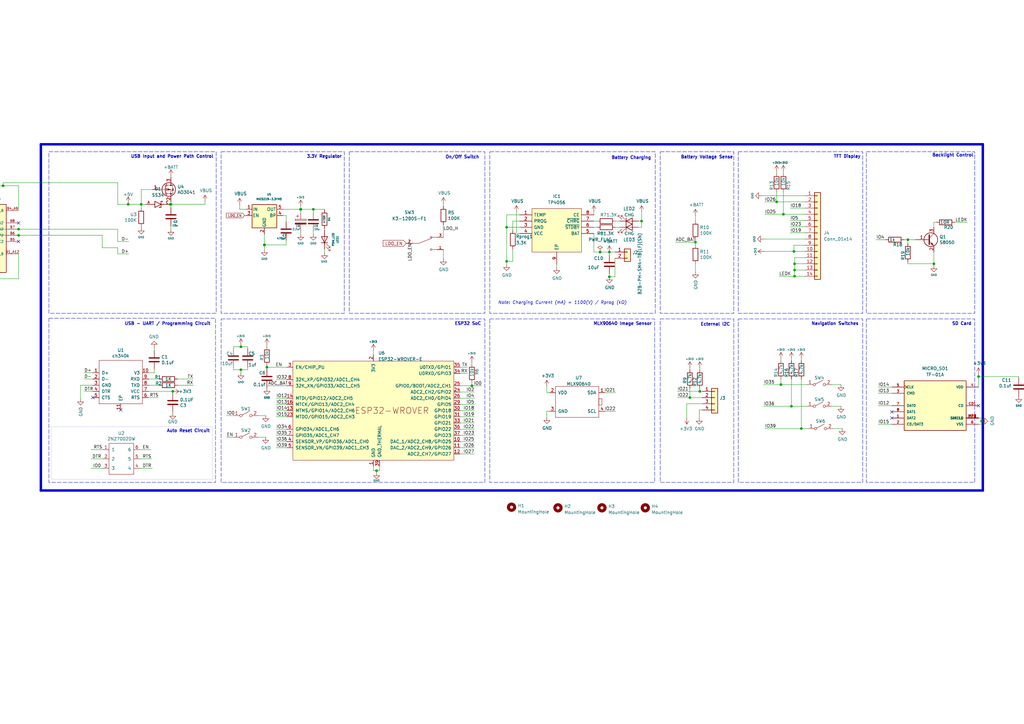
<source format=kicad_sch>
(kicad_sch (version 20231120) (generator "eeschema") (generator_version "8.0")
  (paper "A3")
  (lib_symbols
    (symbol "Connector_Generic:Conn_01x02" (pin_names (offset 1.016) hide)
      (property "Reference" "J" (at 0 2.54 0))
      (property "Value" "Conn_01x02" (at 0 -5.08 0))
      (symbol "Conn_01x02_1_1"
        (pin passive line (at -5.08 0 0) (length 3.81) (name "Pin_1") (number "1"))
        (pin passive line (at -5.08 -2.54 0) (length 3.81) (name "Pin_2") (number "2"))
      )
    )
    (symbol "Connector_Generic:Conn_01x04" (pin_names (offset 1.016) hide)
      (property "Reference" "J" (at 0 5.08 0))
      (property "Value" "Conn_01x04" (at 0 -7.62 0))
      (symbol "Conn_01x04_1_1"
        (pin passive line (at -5.08 2.54 0) (length 3.81) (name "Pin_1") (number "1"))
        (pin passive line (at -5.08 0 0) (length 3.81) (name "Pin_2") (number "2"))
        (pin passive line (at -5.08 -2.54 0) (length 3.81) (name "Pin_3") (number "3"))
        (pin passive line (at -5.08 -5.08 0) (length 3.81) (name "Pin_4") (number "4"))
      )
    )
    (symbol "Connector_Generic:Conn_01x14" (pin_names (offset 1.016) hide)
      (property "Reference" "J" (at 0 17.78 0))
      (property "Value" "Conn_01x14" (at 0 -20.32 0))
      (symbol "Conn_01x14_1_1"
        (pin passive line (at -5.08 15.24 0) (length 3.81) (name "Pin_1") (number "1"))
        (pin passive line (at -5.08 -7.62 0) (length 3.81) (name "Pin_10") (number "10"))
        (pin passive line (at -5.08 -10.16 0) (length 3.81) (name "Pin_11") (number "11"))
        (pin passive line (at -5.08 -12.7 0) (length 3.81) (name "Pin_12") (number "12"))
        (pin passive line (at -5.08 -15.24 0) (length 3.81) (name "Pin_13") (number "13"))
        (pin passive line (at -5.08 -17.78 0) (length 3.81) (name "Pin_14") (number "14"))
        (pin passive line (at -5.08 12.7 0) (length 3.81) (name "Pin_2") (number "2"))
        (pin passive line (at -5.08 10.16 0) (length 3.81) (name "Pin_3") (number "3"))
        (pin passive line (at -5.08 7.62 0) (length 3.81) (name "Pin_4") (number "4"))
        (pin passive line (at -5.08 5.08 0) (length 3.81) (name "Pin_5") (number "5"))
        (pin passive line (at -5.08 2.54 0) (length 3.81) (name "Pin_6") (number "6"))
        (pin passive line (at -5.08 0 0) (length 3.81) (name "Pin_7") (number "7"))
        (pin passive line (at -5.08 -2.54 0) (length 3.81) (name "Pin_8") (number "8"))
        (pin passive line (at -5.08 -5.08 0) (length 3.81) (name "Pin_9") (number "9"))
      )
    )
    (symbol "Device:C" (pin_numbers hide) (pin_names (offset 0.254))
      (property "Reference" "C" (at 0.635 2.54 0))
      (property "Value" "C" (at 0.635 -2.54 0))
      (symbol "C_1_1"
        (pin passive line (at 0 3.81 270) (length 2.794) (name "~") (number "1"))
        (pin passive line (at 0 -3.81 90) (length 2.794) (name "~") (number "2"))
      )
    )
    (symbol "Device:C_Polarized" (pin_numbers hide) (pin_names (offset 0.254))
      (property "Reference" "C" (at 0.635 2.54 0))
      (property "Value" "C_Polarized" (at 0.635 -2.54 0))
      (symbol "C_Polarized_1_1"
        (pin passive line (at 0 3.81 270) (length 2.794) (name "~") (number "1"))
        (pin passive line (at 0 -3.81 90) (length 2.794) (name "~") (number "2"))
      )
    )
    (symbol "Device:LED" (pin_numbers hide) (pin_names (offset 1.016) hide)
      (property "Reference" "D" (at 0 2.54 0))
      (property "Value" "LED" (at 0 -2.54 0))
      (symbol "LED_1_1"
        (pin passive line (at -3.81 0 0) (length 2.54) (name "K") (number "1"))
        (pin passive line (at 3.81 0 180) (length 2.54) (name "A") (number "2"))
      )
    )
    (symbol "Device:R" (pin_numbers hide) (pin_names (offset 0))
      (property "Reference" "R" (at 2.032 0 90))
      (property "Value" "R" (at 0 0 90))
      (symbol "R_1_1"
        (pin passive line (at 0 3.81 270) (length 1.27) (name "~") (number "1"))
        (pin passive line (at 0 -3.81 90) (length 1.27) (name "~") (number "2"))
      )
    )
    (symbol "ESP32_TouchDown:DMG3415U-7" (pin_names (offset 0) hide)
      (property "Reference" "Q" (at 5.08 1.27 0))
      (property "Value" "DMG3415U-7" (at 5.08 -1.27 0))
      (symbol "DMG3415U-7_1_1"
        (pin input line (at -5.08 0 0) (length 2.54) (name "G") (number "1"))
        (pin passive line (at 2.54 -5.08 90) (length 2.54) (name "S") (number "2"))
        (pin passive line (at 2.54 5.08 270) (length 2.54) (name "D") (number "3"))
      )
    )
    (symbol "ESP32_TouchDown:LGES8050" (pin_names (offset 0) hide)
      (property "Reference" "Q" (at 5.08 1.905 0))
      (property "Value" "LGES8050" (at 5.08 0 0))
      (symbol "LGES8050_1_1"
        (pin passive line (at -5.08 0 0) (length 5.08) (name "E") (number "1"))
        (pin input line (at 2.54 -5.08 90) (length 2.54) (name "B") (number "2"))
        (pin passive line (at 2.54 5.08 270) (length 2.54) (name "C") (number "3"))
      )
    )
    (symbol "Espressif:ESP32-WROVER-E" (pin_names (offset 1.016))
      (property "Reference" "U" (at -30.48 25.4 0))
      (property "Value" "ESP32-WROVER-E" (at -30.48 22.86 0))
      (symbol "ESP32-WROVER-E_1_1"
        (text "ESP32-­WROVER" (at 7.62 0 0) (effects (font (size 2.54 2.54))))
        (pin power_in line (at 0 -22.86 90) (length 2.54) (name "GND") (number "1"))
        (pin bidirectional line (at 35.56 -12.7 180) (length 2.54) (name "DAC_1/ADC2_CH8/GPIO25") (number "10"))
        (pin bidirectional line (at 35.56 -15.24 180) (length 2.54) (name "DAC_2/ADC2_CH9/GPIO26") (number "11"))
        (pin bidirectional line (at 35.56 -17.78 180) (length 2.54) (name "ADC2_CH7/GPIO27") (number "12"))
        (pin bidirectional line (at -35.56 0 0) (length 2.54) (name "MTMS/GPIO14/ADC2_CH6") (number "13"))
        (pin bidirectional line (at -35.56 5.08 0) (length 2.54) (name "MTDI/GPIO12/ADC2_CH5") (number "14"))
        (pin passive line (at 0 -22.86 90) (length 2.54) hide (name "GND") (number "15"))
        (pin bidirectional line (at -35.56 2.54 0) (length 2.54) (name "MTCK/GPIO13/ADC2_CH4") (number "16"))
        (pin power_in line (at 0 22.86 270) (length 2.54) (name "3V3") (number "2"))
        (pin bidirectional line (at -35.56 -2.54 0) (length 2.54) (name "MTDO/GPIO15/ADC2_CH3") (number "23"))
        (pin bidirectional line (at 35.56 7.62 180) (length 2.54) (name "ADC2_CH2/GPIO2") (number "24"))
        (pin bidirectional line (at 35.56 10.16 180) (length 2.54) (name "GPIO0/BOOT/ADC2_CH1") (number "25"))
        (pin bidirectional line (at 35.56 5.08 180) (length 2.54) (name "ADC2_CH0/GPIO4") (number "26"))
        (pin bidirectional line (at 35.56 2.54 180) (length 2.54) (name "GPIO5") (number "29"))
        (pin input line (at -35.56 17.78 0) (length 2.54) (name "EN/CHIP_PU") (number "3"))
        (pin bidirectional line (at 35.56 0 180) (length 2.54) (name "GPIO18") (number "30"))
        (pin bidirectional line (at 35.56 -2.54 180) (length 2.54) (name "GPIO19") (number "31"))
        (pin bidirectional line (at 35.56 -5.08 180) (length 2.54) (name "GPIO21") (number "33"))
        (pin bidirectional line (at 35.56 15.24 180) (length 2.54) (name "U0RXD/GPIO3") (number "34"))
        (pin bidirectional line (at 35.56 17.78 180) (length 2.54) (name "U0TXD/GPIO1") (number "35"))
        (pin bidirectional line (at 35.56 -7.62 180) (length 2.54) (name "GPIO22") (number "36"))
        (pin bidirectional line (at 35.56 -10.16 180) (length 2.54) (name "GPIO23") (number "37"))
        (pin passive line (at 0 -22.86 90) (length 2.54) hide (name "GND") (number "38"))
        (pin power_in line (at 2.54 -22.86 90) (length 2.54) (name "GND_THERMAL") (number "39"))
        (pin input line (at -35.56 -12.7 0) (length 2.54) (name "SENSOR_VP/GPIO36/ADC1_CH0") (number "4"))
        (pin input line (at -35.56 -15.24 0) (length 2.54) (name "SENSOR_VN/GPIO39/ADC1_CH3") (number "5"))
        (pin input line (at -35.56 -7.62 0) (length 2.54) (name "GPIO34/ADC1_CH6") (number "6"))
        (pin input line (at -35.56 -10.16 0) (length 2.54) (name "GPIO35/ADC1_CH7") (number "7"))
        (pin bidirectional line (at -35.56 12.7 0) (length 2.54) (name "32K_XP/GPIO32/ADC1_CH4") (number "8"))
        (pin bidirectional line (at -35.56 10.16 0) (length 2.54) (name "32K_XN/GPIO33/ADC1_CH5") (number "9"))
      )
    )
    (symbol "MLX90640:MLX90640" (pin_names (offset 1.016))
      (property "Reference" "U" (at 0 -1.27 0))
      (property "Value" "MLX90640" (at 0 1.27 0))
      (symbol "MLX90640_1_1"
        (pin bidirectional line (at 11.43 3.81 180) (length 2.54) (name "SDA") (number "1"))
        (pin power_in line (at -11.43 3.81 0) (length 2.54) (name "VDD") (number "2"))
        (pin power_in line (at -11.43 -3.81 0) (length 2.54) (name "GND") (number "3"))
        (pin bidirectional line (at 11.43 -3.81 180) (length 2.54) (name "SCL") (number "4"))
      )
    )
    (symbol "Mechanical:MountingHole" (pin_names (offset 1.016))
      (property "Reference" "H" (at 0 5.08 0))
      (property "Value" "MountingHole" (at 0 3.175 0))
    )
    (symbol "Regulator_Linear:MIC5219-3.3YM5" (pin_names (offset 0.254))
      (property "Reference" "U" (at -3.81 5.715 0))
      (property "Value" "MIC5219-3.3YM5" (at 0 5.715 0))
      (symbol "MIC5219-3.3YM5_1_1"
        (pin power_in line (at -7.62 2.54 0) (length 2.54) (name "IN") (number "1"))
        (pin power_in line (at 0 -7.62 90) (length 2.54) (name "GND") (number "2"))
        (pin input line (at -7.62 0 0) (length 2.54) (name "EN") (number "3"))
        (pin input line (at 7.62 0 180) (length 2.54) (name "BP") (number "4"))
        (pin power_out line (at 7.62 2.54 180) (length 2.54) (name "OUT") (number "5"))
      )
    )
    (symbol "SS34:SLW-682715-25A-SMT-TR" (pin_names (offset 1.016))
      (property "Reference" "S" (at -2.54 5.08 0))
      (property "Value" "SLW-682715-25A-SMT-TR" (at -2.54 -5.08 0))
      (symbol "SLW-682715-25A-SMT-TR_0_0"
        (pin passive line (at 7.62 2.54 180) (length 2.54) (name "~") (number "1"))
        (pin passive line (at -7.62 0 0) (length 2.54) (name "~") (number "2"))
        (pin passive line (at 7.62 -2.54 180) (length 2.54) (name "~") (number "3"))
      )
    )
    (symbol "SS34:SS34" (pin_names (offset 1.016))
      (property "Reference" "D" (at -5.08 2.54 0))
      (property "Value" "SS34" (at -5.08 -3.81 0))
      (symbol "SS34_0_0"
        (pin passive line (at -5.08 0 0) (length 2.54) (name "~") (number "A"))
        (pin passive line (at 5.08 0 180) (length 2.54) (name "~") (number "C"))
      )
    )
    (symbol "SS34:TF-01A" (pin_names (offset 1.016))
      (property "Reference" "MICRO_SD" (at -12.7 10.795 0))
      (property "Value" "TF-01A" (at -12.7 -12.7 0))
      (symbol "TF-01A_0_0"
        (pin bidirectional line (at -17.78 -5.08 0) (length 5.08) (name "DAT2") (number "1"))
        (pin bidirectional line (at -17.78 -7.62 0) (length 5.08) (name "CD/DAT3") (number "2"))
        (pin bidirectional line (at -17.78 5.08 0) (length 5.08) (name "CMD") (number "3"))
        (pin power_in line (at 17.78 7.62 180) (length 5.08) (name "VDD") (number "4"))
        (pin bidirectional clock (at -17.78 7.62 0) (length 5.08) (name "CLK") (number "5"))
        (pin power_in line (at 17.78 -7.62 180) (length 5.08) (name "VSS") (number "6"))
        (pin bidirectional line (at -17.78 0 0) (length 5.08) (name "DAT0") (number "7"))
        (pin bidirectional line (at -17.78 -2.54 0) (length 5.08) (name "DAT1") (number "8"))
        (pin passive line (at 17.78 0 180) (length 5.08) (name "CD") (number "CD1"))
        (pin power_in line (at 17.78 -5.08 180) (length 5.08) (name "SHIELD") (number "MP1"))
        (pin power_in line (at 17.78 -5.08 180) (length 5.08) (name "SHIELD") (number "MP2"))
        (pin power_in line (at 17.78 -5.08 180) (length 5.08) (name "SHIELD") (number "MP3"))
        (pin power_in line (at 17.78 -5.08 180) (length 5.08) (name "SHIELD") (number "MP4"))
      )
    )
    (symbol "SS34:USB4215-03-A_REVA" (pin_names (offset 1.016))
      (property "Reference" "J" (at -12.7 13.462 0))
      (property "Value" "USB4215-03-A_REVA" (at -12.7 -16.002 0))
      (symbol "USB4215-03-A_REVA_0_0"
        (pin power_in line (at -17.78 -7.62 0) (length 5.08) (name "GND_A") (number "A1_B12"))
        (pin power_in line (at -17.78 10.16 0) (length 5.08) (name "VBUS_A") (number "A4_B9"))
        (pin bidirectional line (at -17.78 5.08 0) (length 5.08) (name "CC1") (number "A5"))
        (pin bidirectional line (at -17.78 2.54 0) (length 5.08) (name "DP1") (number "A6"))
        (pin bidirectional line (at -17.78 0 0) (length 5.08) (name "DN1") (number "A7"))
        (pin bidirectional line (at -17.78 -2.54 0) (length 5.08) (name "SBU1") (number "A8"))
        (pin power_in line (at 17.78 -7.62 180) (length 5.08) (name "GND_B") (number "B1_A12"))
        (pin power_in line (at 17.78 10.16 180) (length 5.08) (name "VBUS_B") (number "B4_A9"))
        (pin bidirectional line (at 17.78 -2.54 180) (length 5.08) (name "CC2") (number "B5"))
        (pin bidirectional line (at 17.78 0 180) (length 5.08) (name "DP2") (number "B6"))
        (pin bidirectional line (at 17.78 2.54 180) (length 5.08) (name "DN2") (number "B7"))
        (pin bidirectional line (at 17.78 5.08 180) (length 5.08) (name "SBU2") (number "B8"))
        (pin passive line (at -17.78 -12.7 0) (length 5.08) (name "SHIELD") (number "SH1"))
        (pin passive line (at -17.78 -12.7 0) (length 5.08) (name "SHIELD") (number "SH2"))
        (pin passive line (at -17.78 -12.7 0) (length 5.08) (name "SHIELD") (number "SH3"))
        (pin passive line (at -17.78 -12.7 0) (length 5.08) (name "SHIELD") (number "SH4"))
      )
    )
    (symbol "SW_SPST_1" (pin_names (offset 0) hide)
      (property "Reference" "SW4" (at 0 2.794 0))
      (symbol "SW_SPST_1_1_1"
        (pin passive line (at -5.08 0 0) (length 2.54) (name "A") (number "1"))
        (pin passive line (at 5.08 0 180) (length 2.54) (name "B") (number "2"))
      )
    )
    (symbol "Switch:SW_SPST" (pin_names (offset 0) hide)
      (property "Reference" "SW" (at 0 3.175 0))
      (property "Value" "SW_SPST" (at 0 -2.54 0))
      (symbol "SW_SPST_1_1"
        (pin passive line (at -5.08 0 0) (length 2.54) (name "A") (number "1"))
        (pin passive line (at 5.08 0 180) (length 2.54) (name "B") (number "2"))
      )
    )
    (symbol "TP4056-42-ESOP8:TP4056-42-ESOP8" (pin_names (offset 0.762))
      (property "Reference" "IC?" (at 15.24 7.62 0))
      (property "Value" "TP4056" (at 15.24 5.08 0))
      (symbol "TP4056-42-ESOP8_0_0"
        (pin passive line (at 0 0 0) (length 5.08) (name "TEMP") (number "1"))
        (pin passive line (at 0 -2.54 0) (length 5.08) (name "PROG") (number "2"))
        (pin passive line (at 0 -5.08 0) (length 5.08) (name "GND") (number "3"))
        (pin passive line (at 0 -7.62 0) (length 5.08) (name "VCC") (number "4"))
        (pin passive line (at 30.48 -7.62 180) (length 5.08) (name "BAT") (number "5"))
        (pin passive line (at 30.48 -5.08 180) (length 5.08) (name "~{STDBY}") (number "6"))
        (pin passive line (at 30.48 -2.54 180) (length 5.08) (name "~{CHRG}") (number "7"))
        (pin passive line (at 30.48 0 180) (length 5.08) (name "CE") (number "8"))
        (pin passive line (at 15.24 -20.32 90) (length 5.08) (name "EP") (number "9"))
      )
    )
    (symbol "downloader-rescue:DDC114TU-7-F-my" (pin_names (offset 1.016))
      (property "Reference" "U" (at 0 10.16 0))
      (property "Value" "DDC114TU-7-F-my" (at 0 7.62 0))
      (symbol "DDC114TU-7-F-my_1_1"
        (pin passive line (at -7.62 3.81 0) (length 2.54) (name "1") (number "1"))
        (pin passive line (at -7.62 0 0) (length 2.54) (name "2") (number "2"))
        (pin passive line (at -7.62 -3.81 0) (length 2.54) (name "3") (number "3"))
        (pin passive line (at 7.62 -3.81 180) (length 2.54) (name "4") (number "4"))
        (pin passive line (at 7.62 0 180) (length 2.54) (name "5") (number "5"))
        (pin passive line (at 7.62 3.81 180) (length 2.54) (name "6") (number "6"))
      )
    )
    (symbol "downloader-rescue:ch340k-my" (pin_names (offset 1.016))
      (property "Reference" "U" (at 0 12.7 0))
      (property "Value" "ch340k-my" (at 0 10.16 0))
      (symbol "ch340k-my_1_1"
        (pin passive line (at -11.43 3.81 0) (length 2.54) (name "D+") (number "1"))
        (pin passive line (at 11.43 3.81 180) (length 2.54) (name "V3") (number "10"))
        (pin input line (at 0 -11.43 90) (length 2.54) (name "EP") (number "11"))
        (pin passive line (at -11.43 1.27 0) (length 2.54) (name "D-") (number "2"))
        (pin passive line (at -11.43 -1.27 0) (length 2.54) (name "GND") (number "3"))
        (pin passive line (at -11.43 -3.81 0) (length 2.54) (name "DTR") (number "4"))
        (pin passive line (at -11.43 -6.35 0) (length 2.54) (name "CTS") (number "5"))
        (pin passive line (at 11.43 -6.35 180) (length 2.54) (name "RTS") (number "6"))
        (pin passive line (at 11.43 -3.81 180) (length 2.54) (name "VCC") (number "7"))
        (pin passive line (at 11.43 -1.27 180) (length 2.54) (name "TXD") (number "8"))
        (pin passive line (at 11.43 1.27 180) (length 2.54) (name "RXD") (number "9"))
      )
    )
    (symbol "power:+3V3" (power) (pin_names (offset 0))
      (property "Value" "+3V3" (at 0 3.556 0))
      (symbol "+3V3_1_1"
        (pin power_in line (at 0 0 90) (length 0) hide (name "+3V3") (number "1"))
      )
    )
    (symbol "power:+5V" (power) (pin_names (offset 0))
      (property "Value" "+5V" (at 0 3.556 0))
      (symbol "+5V_1_1"
        (pin power_in line (at 0 0 90) (length 0) hide (name "+5V") (number "1"))
      )
    )
    (symbol "power:+BATT" (power) (pin_names (offset 0))
      (property "Value" "+BATT" (at 0 3.556 0))
      (symbol "+BATT_1_1"
        (pin power_in line (at 0 0 90) (length 0) hide (name "+BATT") (number "1"))
      )
    )
    (symbol "power:GND" (power) (pin_names (offset 0))
      (property "Value" "GND" (at 0 -3.81 0))
      (symbol "GND_1_1"
        (pin power_in line (at 0 0 270) (length 0) hide (name "GND") (number "1"))
      )
    )
    (symbol "power:PWR_FLAG" (power) (pin_numbers hide) (pin_names (offset 0) hide)
      (property "Value" "PWR_FLAG" (at 0 3.81 0))
      (symbol "PWR_FLAG_0_0"
        (pin power_out line (at 0 0 90) (length 0) (name "pwr") (number "1"))
      )
    )
    (symbol "power:VBUS" (power) (pin_names (offset 0))
      (property "Value" "VBUS" (at 0 3.81 0))
      (symbol "VBUS_1_1"
        (pin power_in line (at 0 0 90) (length 0) hide (name "VBUS") (number "1"))
      )
    )
  )
  (junction (at 207.772 107.188))
  (junction (at 402.59 172.72))
  (junction (at 7.62 96.52))
  (junction (at 52.578 83.82))
  (junction (at 70.104 83.82))
  (junction (at 282.956 163.068))
  (junction (at -29.464 107.95))
  (junction (at 128.524 85.852))
  (junction (at 98.806 151.638))
  (junction (at -27.94 111.76))
  (junction (at 7.62 93.98))
  (junction (at 70.866 160.528))
  (junction (at -29.464 111.76))
  (junction (at 320.294 157.734))
  (junction (at 123.317 85.852) (diameter 1.016))
  (junction (at 246.126 103.378))
  (junction (at 318.516 82.804))
  (junction (at 1.27 76.2))
  (junction (at 324.612 166.624))
  (junction (at 193.548 158.242))
  (junction (at 98.806 142.24))
  (junction (at 325.882 110.744))
  (junction (at 263.144 90.678))
  (junction (at 401.32 154.432))
  (junction (at 328.676 175.768))
  (junction (at 325.882 108.204))
  (junction (at 287.02 160.528))
  (junction (at 69.85 83.82))
  (junction (at 154.432 193.04))
  (junction (at 372.364 98.298))
  (junction (at 383.032 108.204))
  (junction (at 207.772 93.218))
  (junction (at 249.936 113.538))
  (junction (at 321.31 87.884))
  (junction (at 57.912 83.82))
  (junction (at 325.882 113.284))
  (junction (at 249.936 103.378))
  (junction (at 325.628 103.124))
  (junction (at 108.458 100.457) (diameter 1.016))
  (junction (at 285.242 99.314))
  (junction (at 109.474 150.622))
  (no_connect (at -27.94 91.44))
  (no_connect (at 365.76 171.45))
  (no_connect (at 38.1 163.068))
  (no_connect (at 7.62 91.44))
  (no_connect (at 49.53 168.148))
  (no_connect (at 7.62 99.06))
  (no_connect (at 401.32 166.37))
  (no_connect (at 365.76 168.91))
  (no_connect (at -27.94 99.06))
  (wire (pts (xy 401.32 171.45) (xy 402.59 171.45)))
  (wire (pts (xy 359.41 98.298) (xy 363.22 98.298)))
  (wire (pts (xy 7.62 96.52) (xy 41.91 96.52)))
  (wire (pts (xy 194.564 181.102) (xy 188.722 181.102)))
  (wire (pts (xy 324.104 92.964) (xy 330.2 92.964)))
  (wire (pts (xy 261.874 93.218) (xy 263.144 93.218)))
  (wire (pts (xy -29.464 111.76) (xy -29.464 107.95)))
  (wire (pts (xy 277.876 163.068) (xy 282.956 163.068)))
  (wire (pts (xy 109.982 158.242) (xy 117.602 158.242)))
  (wire (pts (xy 325.882 108.204) (xy 325.882 110.744)))
  (wire (pts (xy 193.548 148.59) (xy 193.548 149.352)))
  (wire (pts (xy 325.882 110.744) (xy 325.882 113.284)))
  (wire (pts (xy 285.242 111.506) (xy 285.242 108.204)))
  (wire (pts (xy 42.164 188.214) (xy 37.338 188.214)))
  (wire (pts (xy 95.758 151.638) (xy 98.806 151.638)))
  (wire (pts (xy 243.586 86.868) (xy 243.586 88.138)))
  (wire (pts (xy 213.106 95.758) (xy 211.836 95.758)))
  (wire (pts (xy 52.578 83.312) (xy 52.578 83.82)))
  (wire (pts (xy 98.806 142.24) (xy 101.6 142.24)))
  (wire (pts (xy 207.772 93.218) (xy 207.772 107.188)))
  (polyline (pts (xy 403.098 59.182) (xy 403.098 201.168)) (stroke (width 1)))
  (wire (pts (xy 41.91 96.52) (xy 41.91 101.6)))
  (wire (pts (xy 95.758 179.324) (xy 92.964 179.324)))
  (wire (pts (xy 243.586 93.218) (xy 244.856 93.218)))
  (wire (pts (xy 225.298 168.656) (xy 224.282 168.656)))
  (wire (pts (xy 128.524 94.742) (xy 128.524 96.012)))
  (wire (pts (xy 57.404 184.404) (xy 61.976 184.404)))
  (wire (pts (xy 48.26 101.6) (xy 48.26 104.14)))
  (wire (pts (xy 194.564 165.862) (xy 188.722 165.862)))
  (wire (pts (xy 365.76 173.99) (xy 360.172 173.99)))
  (wire (pts (xy 7.62 93.98) (xy -2.54 93.98)))
  (wire (pts (xy 331.47 175.768) (xy 328.676 175.768)))
  (wire (pts (xy 194.564 183.642) (xy 188.722 183.642)))
  (wire (pts (xy 98.806 151.638) (xy 101.6 151.638)))
  (wire (pts (xy 41.91 101.6) (xy 48.26 101.6)))
  (wire (pts (xy 328.676 147.066) (xy 328.676 147.828)))
  (wire (pts (xy 207.772 88.138) (xy 207.772 93.218)))
  (wire (pts (xy 69.85 83.82) (xy 70.104 83.82)))
  (wire (pts (xy 246.126 103.378) (xy 249.936 103.378)))
  (wire (pts (xy -27.94 76.2) (xy 1.27 76.2)))
  (wire (pts (xy 42.164 184.404) (xy 37.338 184.404)))
  (wire (pts (xy 113.284 165.862) (xy 117.602 165.862)))
  (wire (pts (xy 169.164 99.822) (xy 166.624 99.822)))
  (wire (pts (xy 7.62 104.14) (xy 7.62 114.3)))
  (wire (pts (xy 113.284 155.702) (xy 117.602 155.702)))
  (wire (pts (xy 109.474 141.478) (xy 109.474 142.24)))
  (wire (pts (xy 7.62 114.3) (xy -25.4 114.3)))
  (wire (pts (xy 194.564 176.022) (xy 188.722 176.022)))
  (wire (pts (xy 57.404 192.024) (xy 62.484 192.024)))
  (wire (pts (xy 117.348 88.392) (xy 116.078 88.392)))
  (wire (pts (xy 92.964 170.434) (xy 95.758 170.434)))
  (wire (pts (xy 62.484 77.724) (xy 57.912 77.724)))
  (wire (pts (xy 113.284 163.322) (xy 117.602 163.322)))
  (wire (pts (xy 365.76 158.75) (xy 360.172 158.75)))
  (wire (pts (xy 249.936 113.538) (xy 249.936 112.268)))
  (wire (pts (xy 60.96 155.448) (xy 65.278 155.448)))
  (wire (pts (xy 252.476 168.656) (xy 248.158 168.656)))
  (wire (pts (xy 133.096 86.106) (xy 133.096 85.852)))
  (wire (pts (xy 252.476 90.678) (xy 254.254 90.678)))
  (wire (pts (xy 372.364 98.298) (xy 370.84 98.298)))
  (wire (pts (xy 123.317 85.852) (xy 123.317 87.122)))
  (wire (pts (xy 188.722 158.242) (xy 193.548 158.242)))
  (wire (pts (xy -2.54 91.44) (xy -15.24 91.44)))
  (wire (pts (xy 48.26 74.93) (xy 48.26 83.82)))
  (wire (pts (xy 48.26 83.82) (xy 52.578 83.82)))
  (wire (pts (xy 197.612 158.242) (xy 193.548 158.242)))
  (wire (pts (xy 372.364 98.298) (xy 372.364 99.822)))
  (wire (pts (xy 98.298 85.852) (xy 100.838 85.852)))
  (wire (pts (xy 70.866 168.91) (xy 70.866 169.418)))
  (wire (pts (xy 48.26 93.98) (xy 7.62 93.98)))
  (wire (pts (xy 98.806 141.478) (xy 98.806 142.24)))
  (wire (pts (xy 328.676 155.448) (xy 328.676 175.768)))
  (wire (pts (xy 417.83 154.432) (xy 401.32 154.432)))
  (wire (pts (xy 325.882 108.204) (xy 330.2 108.204)))
  (wire (pts (xy 325.882 113.284) (xy 330.2 113.284)))
  (wire (pts (xy 249.936 103.378) (xy 252.222 103.378)))
  (wire (pts (xy 1.27 76.2) (xy 1.27 74.93)))
  (wire (pts (xy 372.364 108.204) (xy 383.032 108.204)))
  (wire (pts (xy 123.317 94.742) (xy 123.317 96.012)))
  (wire (pts (xy 1.27 76.2) (xy 7.62 76.2)))
  (wire (pts (xy 401.32 153.416) (xy 401.32 154.432)))
  (wire (pts (xy 113.284 181.102) (xy 117.602 181.102)))
  (wire (pts (xy 287.02 160.528) (xy 277.876 160.528)))
  (wire (pts (xy 117.348 98.552) (xy 117.348 100.457)))
  (wire (pts (xy 60.96 157.988) (xy 65.278 157.988)))
  (wire (pts (xy -29.464 111.76) (xy -27.94 111.76)))
  (wire (pts (xy 123.317 84.582) (xy 123.317 85.852)))
  (wire (pts (xy 101.6 142.24) (xy 101.6 143.002)))
  (wire (pts (xy 401.32 173.99) (xy 402.59 173.99)))
  (wire (pts (xy 285.242 88.392) (xy 285.242 90.678)))
  (wire (pts (xy 318.516 70.358) (xy 318.516 71.12)))
  (wire (pts (xy 213.106 93.218) (xy 207.772 93.218)))
  (wire (pts (xy 98.806 151.638) (xy 98.806 152.908)))
  (wire (pts (xy 224.282 168.656) (xy 224.282 171.196)))
  (wire (pts (xy 261.874 90.678) (xy 263.144 90.678)))
  (wire (pts (xy 249.936 103.378) (xy 249.936 104.648)))
  (wire (pts (xy -25.4 114.3) (xy -25.4 111.76)))
  (wire (pts (xy 360.172 161.29) (xy 365.76 161.29)))
  (wire (pts (xy 324.612 147.066) (xy 324.612 147.828)))
  (wire (pts (xy -27.94 111.76) (xy -25.4 111.76)))
  (wire (pts (xy 313.436 103.124) (xy 325.628 103.124)))
  (wire (pts (xy 224.282 161.036) (xy 224.282 158.496)))
  (wire (pts (xy 194.564 178.562) (xy 188.722 178.562)))
  (wire (pts (xy 48.26 104.14) (xy 52.832 104.14)))
  (wire (pts (xy 321.31 70.358) (xy 321.31 71.12)))
  (wire (pts (xy 263.144 86.868) (xy 263.144 90.678)))
  (wire (pts (xy 286.766 171.45) (xy 286.766 168.148)))
  (wire (pts (xy 277.114 99.314) (xy 285.242 99.314)))
  (wire (pts (xy 325.628 100.584) (xy 325.628 103.124)))
  (wire (pts (xy 60.96 160.528) (xy 70.866 160.528)))
  (wire (pts (xy -15.24 91.44) (xy -15.24 96.52)))
  (wire (pts (xy 194.564 186.182) (xy 188.722 186.182)))
  (wire (pts (xy 344.932 157.734) (xy 341.122 157.734)))
  (wire (pts (xy 281.686 171.45) (xy 281.686 165.608)))
  (wire (pts (xy 153.162 191.262) (xy 153.162 193.04)))
  (wire (pts (xy 155.702 193.04) (xy 154.432 193.04)))
  (wire (pts (xy 181.864 92.202) (xy 181.864 97.282)))
  (wire (pts (xy 133.096 102.108) (xy 133.096 103.632)))
  (wire (pts (xy 313.69 82.804) (xy 318.516 82.804)))
  (wire (pts (xy 113.284 168.402) (xy 117.602 168.402)))
  (wire (pts (xy 313.69 87.884) (xy 321.31 87.884)))
  (wire (pts (xy 153.162 193.04) (xy 154.432 193.04)))
  (wire (pts (xy 179.324 102.362) (xy 181.864 102.362)))
  (wire (pts (xy 108.458 100.457) (xy 108.458 102.362)))
  (wire (pts (xy 57.404 188.214) (xy 62.23 188.214)))
  (wire (pts (xy 313.182 98.044) (xy 330.2 98.044)))
  (wire (pts (xy 285.242 99.314) (xy 285.242 100.584)))
  (wire (pts (xy 154.432 193.04) (xy 154.432 193.802)))
  (wire (pts (xy 243.586 103.378) (xy 246.126 103.378)))
  (wire (pts (xy 101.6 151.638) (xy 101.6 150.622)))
  (wire (pts (xy 123.317 85.852) (xy 128.524 85.852)))
  (wire (pts (xy 228.346 109.728) (xy 228.346 108.458)))
  (wire (pts (xy 286.766 168.148) (xy 288.036 168.148)))
  (wire (pts (xy 38.1 160.528) (xy 34.544 160.528)))
  (wire (pts (xy 324.104 95.504) (xy 330.2 95.504)))
  (wire (pts (xy 95.758 150.622) (xy 95.758 151.638)))
  (wire (pts (xy 63.246 151.384) (xy 63.246 152.908)))
  (wire (pts (xy 252.476 93.218) (xy 254.254 93.218)))
  (wire (pts (xy -27.94 86.36) (xy -27.94 76.2)))
  (wire (pts (xy 95.758 143.002) (xy 95.758 142.24)))
  (wire (pts (xy 210.312 107.188) (xy 207.772 107.188)))
  (wire (pts (xy 396.748 91.186) (xy 391.668 91.186)))
  (wire (pts (xy -29.464 104.14) (xy -29.464 107.95)))
  (wire (pts (xy 372.364 107.442) (xy 372.364 108.204)))
  (wire (pts (xy 243.586 90.678) (xy 244.856 90.678)))
  (wire (pts (xy 225.298 161.036) (xy 224.282 161.036)))
  (wire (pts (xy 210.312 90.678) (xy 213.106 90.678)))
  (wire (pts (xy 70.104 82.804) (xy 70.104 83.82)))
  (wire (pts (xy 321.31 78.74) (xy 321.31 87.884)))
  (polyline (pts (xy 16.764 201.168) (xy 16.764 59.182)) (stroke (width 1)))
  (wire (pts (xy 117.348 90.932) (xy 117.348 88.392)))
  (wire (pts (xy 57.912 83.82) (xy 59.69 83.82)))
  (wire (pts (xy 194.564 168.402) (xy 188.722 168.402)))
  (wire (pts (xy 48.26 93.98) (xy 48.26 99.06)))
  (wire (pts (xy 341.63 175.768) (xy 345.44 175.768)))
  (wire (pts (xy 319.532 113.284) (xy 325.882 113.284)))
  (wire (pts (xy 108.966 170.434) (xy 105.918 170.434)))
  (wire (pts (xy 84.074 83.82) (xy 70.104 83.82)))
  (wire (pts (xy 84.074 82.55) (xy 84.074 83.82)))
  (wire (pts (xy 108.458 96.012) (xy 108.458 100.457)))
  (wire (pts (xy 285.242 98.298) (xy 285.242 99.314)))
  (wire (pts (xy 7.62 76.2) (xy 7.62 86.36)))
  (wire (pts (xy 325.628 100.584) (xy 330.2 100.584)))
  (wire (pts (xy 38.1 157.988) (xy 33.02 157.988)))
  (wire (pts (xy 128.524 87.122) (xy 128.524 85.852)))
  (wire (pts (xy 213.106 88.138) (xy 207.772 88.138)))
  (wire (pts (xy 95.758 142.24) (xy 98.806 142.24)))
  (wire (pts (xy 325.882 110.744) (xy 330.2 110.744)))
  (wire (pts (xy 318.516 78.74) (xy 318.516 82.804)))
  (wire (pts (xy 318.516 82.804) (xy 330.2 82.804)))
  (wire (pts (xy 194.564 160.782) (xy 188.722 160.782)))
  (wire (pts (xy 70.866 160.528) (xy 70.866 161.29)))
  (wire (pts (xy 70.104 92.71) (xy 70.104 93.98)))
  (wire (pts (xy 320.294 155.448) (xy 320.294 157.734)))
  (wire (pts (xy 402.59 173.99) (xy 402.59 172.72)))
  (wire (pts (xy 113.284 176.022) (xy 117.602 176.022)))
  (wire (pts (xy 70.104 72.136) (xy 70.104 72.644)))
  (wire (pts (xy 210.312 94.488) (xy 210.312 90.678)))
  (wire (pts (xy 252.476 161.036) (xy 248.158 161.036)))
  (wire (pts (xy 321.31 87.884) (xy 330.2 87.884)))
  (wire (pts (xy 109.474 159.258) (xy 109.474 159.004)))
  (wire (pts (xy 57.912 93.472) (xy 57.912 92.964)))
  (wire (pts (xy 383.032 91.186) (xy 383.032 93.218)))
  (wire (pts (xy -27.94 104.14) (xy -29.464 104.14)))
  (wire (pts (xy 109.474 150.622) (xy 109.474 151.384)))
  (wire (pts (xy 113.284 170.942) (xy 117.602 170.942)))
  (wire (pts (xy 113.284 183.642) (xy 117.602 183.642)))
  (wire (pts (xy 324.104 90.424) (xy 330.2 90.424)))
  (wire (pts (xy 72.898 155.448) (xy 79.248 155.448)))
  (wire (pts (xy 287.02 159.258) (xy 287.02 160.528)))
  (wire (pts (xy 313.182 157.734) (xy 320.294 157.734)))
  (wire (pts (xy 155.702 191.262) (xy 155.702 193.04)))
  (wire (pts (xy 207.772 107.188) (xy 207.772 108.458)))
  (wire (pts (xy 263.144 90.678) (xy 263.144 93.218)))
  (wire (pts (xy 325.628 103.124) (xy 330.2 103.124)))
  (wire (pts (xy 117.348 100.457) (xy 108.458 100.457)))
  (wire (pts (xy 105.918 179.324) (xy 108.966 179.324)))
  (wire (pts (xy 282.956 159.258) (xy 282.956 163.068)))
  (wire (pts (xy 330.962 166.624) (xy 324.612 166.624)))
  (wire (pts (xy 320.294 147.066) (xy 320.294 147.828)))
  (wire (pts (xy 281.686 165.608) (xy 288.036 165.608)))
  (wire (pts (xy 243.586 95.758) (xy 243.586 103.378)))
  (wire (pts (xy 282.956 163.068) (xy 288.036 163.068)))
  (wire (pts (xy 42.164 192.024) (xy 37.338 192.024)))
  (wire (pts (xy 401.32 154.432) (xy 401.32 158.75)))
  (wire (pts (xy -5.08 96.52) (xy 7.62 96.52)))
  (wire (pts (xy 282.956 150.876) (xy 282.956 151.638)))
  (wire (pts (xy -27.94 109.22) (xy -27.94 111.76)))
  (wire (pts (xy 153.162 143.764) (xy 153.162 145.542)))
  (wire (pts (xy 109.474 150.622) (xy 117.602 150.622)))
  (wire (pts (xy 252.222 113.538) (xy 249.936 113.538)))
  (wire (pts (xy 288.036 160.528) (xy 287.02 160.528)))
  (wire (pts (xy 57.912 77.724) (xy 57.912 83.82)))
  (wire (pts (xy 60.96 152.908) (xy 63.246 152.908)))
  (wire (pts (xy 325.882 105.664) (xy 325.882 108.204)))
  (wire (pts (xy 341.122 166.624) (xy 344.932 166.624)))
  (wire (pts (xy 57.912 83.82) (xy 57.912 85.344)))
  (wire (pts (xy 191.77 153.162) (xy 188.722 153.162)))
  (wire (pts (xy 179.324 97.282) (xy 181.864 97.282)))
  (wire (pts (xy 417.83 154.94) (xy 417.83 154.432)))
  (wire (pts (xy 324.612 166.624) (xy 313.182 166.624)))
  (wire (pts (xy 98.298 83.82) (xy 98.298 85.852)))
  (wire (pts (xy 70.104 83.82) (xy 70.104 85.09)))
  (wire (pts (xy 383.032 108.204) (xy 383.032 103.378)))
  (wire (pts (xy 181.864 83.566) (xy 181.864 84.582)))
  (wire (pts (xy 133.096 93.726) (xy 133.096 94.488)))
  (wire (pts (xy 48.26 99.06) (xy 52.832 99.06)))
  (wire (pts (xy 116.078 85.852) (xy 123.317 85.852)))
  (wire (pts (xy 67.31 83.82) (xy 69.85 83.82)))
  (wire (pts (xy 383.032 108.966) (xy 383.032 108.204)))
  (wire (pts (xy 287.02 150.876) (xy 287.02 151.638)))
  (wire (pts (xy 328.676 175.768) (xy 313.69 175.768)))
  (wire (pts (xy 38.1 155.448) (xy 34.544 155.448)))
  (wire (pts (xy 252.222 105.918) (xy 252.222 113.538)))
  (wire (pts (xy 193.548 156.972) (xy 193.548 158.242)))
  (wire (pts (xy 194.564 163.322) (xy 188.722 163.322)))
  (wire (pts (xy 60.96 163.068) (xy 65.024 163.068)))
  (wire (pts (xy 325.882 105.664) (xy 330.2 105.664)))
  (wire (pts (xy 324.104 85.344) (xy 330.2 85.344)))
  (wire (pts (xy 324.612 155.448) (xy 324.612 166.624)))
  (wire (pts (xy 63.246 143.764) (xy 63.246 142.494)))
  (wire (pts (xy 320.294 157.734) (xy 330.962 157.734)))
  (wire (pts (xy 384.048 91.186) (xy 383.032 91.186)))
  (polyline (pts (xy 403.098 201.168) (xy 16.764 201.168)) (stroke (width 1)))
  (wire (pts (xy 100.33 88.392) (xy 100.838 88.392)))
  (wire (pts (xy 211.836 86.868) (xy 211.836 95.758)))
  (wire (pts (xy 113.284 178.562) (xy 117.602 178.562)))
  (polyline (pts (xy 16.764 59.182) (xy 403.098 59.182)) (stroke (width 1)))
  (wire (pts (xy 365.76 166.37) (xy 360.172 166.37)))
  (wire (pts (xy 128.524 85.852) (xy 133.096 85.852)))
  (wire (pts (xy 402.59 171.45) (xy 402.59 172.72)))
  (wire (pts (xy -15.24 96.52) (xy -27.94 96.52)))
  (wire (pts (xy 312.42 80.264) (xy 330.2 80.264)))
  (wire (pts (xy 191.77 150.622) (xy 188.722 150.622)))
  (wire (pts (xy 375.412 98.298) (xy 372.364 98.298)))
  (wire (pts (xy 210.312 102.108) (xy 210.312 107.188)))
  (wire (pts (xy 38.1 152.908) (xy 34.544 152.908)))
  (wire (pts (xy 194.564 173.482) (xy 188.722 173.482)))
  (wire (pts (xy -5.08 93.98) (xy -5.08 96.52)))
  (wire (pts (xy -2.54 93.98) (xy -2.54 91.44)))
  (wire (pts (xy 1.27 74.93) (xy 48.26 74.93)))
  (wire (pts (xy 79.248 157.988) (xy 72.898 157.988)))
  (wire (pts (xy 181.864 102.362) (xy 181.864 106.172)))
  (wire (pts (xy 109.474 149.86) (xy 109.474 150.622)))
  (wire (pts (xy 33.02 157.988) (xy 33.02 163.576)))
  (wire (pts (xy -27.94 93.98) (xy -5.08 93.98)))
  (wire (pts (xy 52.578 83.82) (xy 57.912 83.82)))
  (wire (pts (xy 194.564 170.942) (xy 188.722 170.942)))
  (rectangle (start 143.256 62.23) (end 198.882 128.524) (stroke (width 0) (type dash)))
  (rectangle (start 21.082 175.006) (end 87.122 196.596) (stroke (width 0) (type dot)))
  (rectangle (start 90.678 62.23) (end 141.224 128.524) (stroke (width 0) (type dash)))
  (rectangle (start 90.678 130.81) (end 198.882 197.866) (stroke (width 0) (type dash)))
  (rectangle (start 20.066 130.556) (end 88.392 197.866) (stroke (width 0) (type dash)))
  (rectangle (start 200.914 130.81) (end 268.478 197.866) (stroke (width 0) (type dash)))
  (rectangle (start 302.768 130.81) (end 353.822 197.866) (stroke (width 0) (type dash)))
  (rectangle (start 20.066 62.23) (end 88.646 128.524) (stroke (width 0) (type dash)))
  (rectangle (start 200.914 62.23) (end 268.732 128.524) (stroke (width 0) (type dash)))
  (rectangle (start 355.346 62.23) (end 399.796 128.524) (stroke (width 0) (type dash)))
  (rectangle (start 355.346 130.81) (end 399.796 197.866) (stroke (width 0) (type dash)))
  (rectangle (start 302.768 62.23) (end 353.822 128.524) (stroke (width 0) (type dash)))
  (rectangle (start 270.764 130.81) (end 300.99 197.866) (stroke (width 0) (type dash)))
  (rectangle (start 270.764 62.23) (end 300.99 128.524) (stroke (width 0) (type dash)))
  (text "Note: Charging Current (mA) = 1100(V) / Rprog (kΩ)" (at 204.216 124.968 0) (effects (font (size 1.27 1.27) (italic yes)) (justify left bottom)))
  (text "On/Off Switch\n" (at 182.626 65.278 0) (effects (font (size 1.27 1.27) (thickness 0.254) (bold yes)) (justify left bottom)))
  (text "USB - UART / Programming Circuit" (at 51.054 133.604 0) (effects (font (size 1.27 1.27) (thickness 0.254) (bold yes)) (justify left bottom)))
  (text "USB Input and Power Path Control" (at 53.594 65.024 0) (effects (font (size 1.27 1.27) (thickness 0.254) (bold yes)) (justify left bottom)))
  (text "Battery Voltage Sense" (at 279.146 65.278 0) (effects (font (size 1.27 1.27) (thickness 0.254) (bold yes)) (justify left bottom)))
  (text "Ecternal I2C \n" (at 287.274 133.858 0) (effects (font (size 1.27 1.27) (thickness 0.254) (bold yes)) (justify left bottom)))
  (text "Battery Charging" (at 250.698 65.532 0) (effects (font (size 1.27 1.27) (thickness 0.254) (bold yes)) (justify left bottom)))
  (text "Navigation Switches\n" (at 332.74 133.604 0) (effects (font (size 1.27 1.27) (thickness 0.254) (bold yes)) (justify left bottom)))
  (text "Backlight Control\n\n" (at 382.27 66.548 0) (effects (font (size 1.27 1.27) (thickness 0.254) (bold yes)) (justify left bottom)))
  (text "MLX90640 Image Sensor\n" (at 243.332 133.604 0) (effects (font (size 1.27 1.27) (thickness 0.254) (bold yes)) (justify left bottom)))
  (text "3.3V Regulator" (at 125.73 65.024 0) (effects (font (size 1.27 1.27) (thickness 0.254) (bold yes)) (justify left bottom)))
  (text "Auto Reset Circuit" (at 68.326 177.546 0) (effects (font (size 1.27 1.27) (thickness 0.254) (bold yes)) (justify left bottom)))
  (text "TFT Display\n" (at 341.884 65.024 0) (effects (font (size 1.27 1.27) (thickness 0.254) (bold yes)) (justify left bottom)))
  (text "ESP32 SoC" (at 186.436 133.604 0) (effects (font (size 1.27 1.27) (thickness 0.254) (bold yes)) (justify left bottom)))
  (text "SD Card\n" (at 390.398 133.604 0) (effects (font (size 1.27 1.27) (thickness 0.254) (bold yes)) (justify left bottom)))
  (label "IO19" (at 324.104 95.504 0))
  (label "IO18" (at 194.564 168.402 180))
  (label "IO23" (at 194.564 178.562 180))
  (label "IO39" (at 313.69 175.768 0))
  (label "IO0" (at 38.1 192.024 0))
  (label "RTS" (at 65.024 163.068 180))
  (label "IO25" (at 194.564 181.102 180))
  (label "EN" (at 113.03 150.622 0))
  (label "RX" (at 79.248 157.988 180))
  (label "IO14" (at 360.172 158.75 0))
  (label "EN" (at 92.964 179.324 0))
  (label "IO4" (at 359.41 98.298 0))
  (label "IO5" (at 324.104 90.424 0))
  (label "IO25" (at 313.69 87.884 0))
  (label "IO27" (at 194.564 186.182 180))
  (label "IO35" (at 313.182 157.734 0))
  (label "D-" (at 34.544 155.448 0))
  (label "IO0" (at 92.964 170.434 0))
  (label "IO36" (at 313.182 166.624 0))
  (label "IO15" (at 113.284 170.942 0))
  (label "IO34" (at 113.284 176.022 0))
  (label "IO36" (at 113.284 181.102 0))
  (label "IO4" (at 194.564 163.322 180))
  (label "IO13" (at 113.284 165.862 0))
  (label "IO15" (at 360.172 173.99 0))
  (label "DTR" (at 58.42 192.024 0))
  (label "ADC_BAT" (at 277.114 99.314 0))
  (label "DTR" (at 34.544 160.528 0))
  (label "D+" (at 34.544 152.908 0))
  (label "RX" (at 191.77 153.162 180))
  (label "D-" (at 49.784 99.06 0))
  (label "IO2" (at 194.564 160.782 180))
  (label "IO35" (at 113.284 178.562 0))
  (label "IO14" (at 113.284 168.402 0))
  (label "D+" (at 49.784 104.14 0))
  (label "IO22" (at 252.476 168.656 180))
  (label "TX" (at 191.77 150.622 180))
  (label "IO19" (at 194.564 170.942 180))
  (label "IO21" (at 194.564 173.482 180))
  (label "DTR" (at 37.846 188.214 0))
  (label "IO13" (at 360.172 161.29 0))
  (label "LDO_EN" (at 169.164 99.822 270))
  (label "IO23" (at 324.104 92.964 0))
  (label "IO22" (at 194.564 176.022 180))
  (label "IO22" (at 277.876 163.068 0))
  (label "IO32" (at 113.284 155.702 0))
  (label "IO21" (at 277.876 160.528 0))
  (label "LEDK" (at 319.532 113.284 0))
  (label "LEDK" (at 396.748 91.186 180))
  (label "IO26" (at 194.564 183.642 180))
  (label "TX" (at 79.248 155.448 180))
  (label "EN" (at 58.42 184.404 0))
  (label "IO12" (at 113.284 163.322 0))
  (label "IO12" (at 360.172 166.37 0))
  (label "IO5" (at 194.564 165.862 180))
  (label "IO26" (at 313.69 82.804 0))
  (label "IO39" (at 113.284 183.642 0))
  (label "IO21" (at 252.476 161.036 180))
  (label "RTS" (at 38.354 184.404 0))
  (label "LDO_H" (at 181.864 94.742 0))
  (label "ADC_BAT" (at 109.982 158.242 0))
  (label "RTS" (at 58.42 188.214 0))
  (label "IO18" (at 324.104 85.344 0))
  (label "IO0" (at 197.612 158.242 180))
  (global_label "LDO_EN" (shape input) (at 166.624 99.822 180) (property "Intersheetrefs" "${INTERSHEET_REFS}" (effects (hide yes))))
  (global_label "LDO_EN" (shape input) (at 100.33 88.392 180) (effects (font (size 1 1))) (property "Intersheetrefs" "${INTERSHEET_REFS}" (effects (hide yes))))
  (symbol (lib_id "Device:C_Polarized") (at 123.317 90.932 0) (unit 1)
    (property "Reference" "C8" (at 121.412 92.71 0) (effects (font (size 0.8 0.8)) (justify left)))
    (property "Value" "2.2uF" (at 119.888 93.98 0) (effects (font (size 0.8 0.8)) (justify left)))
    (property "Footprint" "Capacitor_SMD:C_0805_2012Metric" (effects (hide yes)))
  )
  (symbol (lib_id "power:GND") (at 181.864 106.172 0) (unit 1)
    (property "Reference" "#PWR026" (effects (hide yes)))
    (property "Value" "GND" (at 181.991 110.5662 0))
  )
  (symbol (lib_id "power:+5V") (at 52.578 83.312 0) (unit 1)
    (property "Reference" "#PWR03" (effects (hide yes)))
    (property "Value" "+5V" (at 52.578 79.756 0))
  )
  (symbol (lib_id "Device:C") (at 70.866 165.1 0) (mirror x) (unit 1)
    (property "Reference" "C3" (at 73.787 166.2684 0) (effects (justify left)))
    (property "Value" "0.1UF" (at 73.787 163.957 0) (effects (justify left)))
    (property "Footprint" "Capacitor_SMD:C_0603_1608Metric" (effects (hide yes)))
  )
  (symbol (lib_id "power:VBUS") (at 263.144 86.868 0) (unit 1)
    (property "Reference" "#PWR036" (effects (hide yes)))
    (property "Value" "VBUS" (at 263.525 82.4738 0))
  )
  (symbol (lib_id "power:GND") (at 312.42 80.264 270) (unit 1)
    (property "Reference" "#PWR043" (effects (hide yes)))
    (property "Value" "GND" (at 308.61 80.264 0) (effects (font (size 0.8 0.8))))
  )
  (symbol (lib_id "power:PWR_FLAG") (at -29.464 111.76 180) (unit 1)
    (property "Reference" "#FLG03" (effects (hide yes)))
    (property "Value" "PWR_FLAG" (at -29.464 115.0112 90) (effects (justify left)))
  )
  (symbol (lib_id "Switch:SW_SPST") (at 100.838 170.434 0) (unit 1)
    (property "Reference" "SW1" (at 100.838 167.64 0))
    (property "Value" "TS-1088R-02526" (effects (hide yes)))
    (property "Footprint" "THERMAL_CAMERA_LIBRARY:2_TACTILE" (effects (hide yes)))
  )
  (symbol (lib_id "power:GND") (at 128.524 96.012 0) (unit 1)
    (property "Reference" "#PWR021" (effects (hide yes)))
    (property "Value" "GND" (at 128.524 99.822 0) (effects (font (size 0.8 0.8))))
  )
  (symbol (lib_id "Device:C") (at 417.83 158.75 0) (mirror y) (unit 1)
    (property "Reference" "C11" (at 414.782 155.9306 0) (effects (justify left)))
    (property "Value" "0.1uf" (at 414.782 158.242 0) (effects (justify left)))
    (property "Footprint" "Capacitor_SMD:C_0603_1608Metric" (effects (hide yes)))
  )
  (symbol (lib_id "Device:LED") (at 258.064 93.218 0) (unit 1)
    (property "Reference" "LED3" (at 258.064 98.298 0))
    (property "Value" "CHG" (at 258.064 95.758 0))
    (property "Footprint" "LED_SMD:LED_0603_1608Metric" (effects (hide yes)))
  )
  (symbol (lib_id "power:GND") (at 57.912 93.472 0) (unit 1)
    (property "Reference" "#PWR04" (effects (hide yes)))
    (property "Value" "GND" (at 57.912 97.282 0) (effects (font (size 0.8 0.8))))
  )
  (symbol (lib_id "ESP32_TouchDown:LGES8050") (at 380.492 98.298 0) (unit 1)
    (property "Reference" "Q1" (at 385.318 97.1296 0) (effects (justify left)))
    (property "Value" "S8050" (at 385.318 99.441 0) (effects (justify left)))
    (property "Footprint" "THERMAL_CAMERA_LIBRARY:TRANS_SS8050-G_TC" (effects (hide yes)))
    (property "Datasheet" "http://www.unisonic.com.tw/datasheet/S8050.pdf" (effects (hide yes)))
  )
  (symbol (lib_id "Device:C") (at 117.348 94.742 0) (unit 1)
    (property "Reference" "C7" (at 115.824 96.52 0) (effects (font (size 0.8 0.8)) (justify left)))
    (property "Value" "470pF" (at 113.538 97.79 0) (effects (font (size 0.8 0.8)) (justify left)))
    (property "Footprint" "Capacitor_SMD:C_0603_1608Metric" (effects (hide yes)))
  )
  (symbol (lib_id "Device:LED") (at 133.096 98.298 90) (unit 1)
    (property "Reference" "LED1" (at 138.43 98.2345 0) (effects (font (size 0.8 0.8))))
    (property "Value" "POW_LED" (at 136.652 98.2345 0) (effects (font (size 0.8 0.8))))
    (property "Footprint" "LED_SMD:LED_0603_1608Metric" (effects (hide yes)))
  )
  (symbol (lib_id "power:+BATT") (at 285.242 88.392 0) (unit 1)
    (property "Reference" "#PWR039" (effects (hide yes)))
    (property "Value" "+BATT" (at 285.623 83.9978 0))
  )
  (symbol (lib_id "Switch:SW_SPST") (at 336.042 166.624 0) (unit 1)
    (property "Reference" "SW5" (at 336.042 163.83 0))
    (property "Value" "TS-1088R-02526" (effects (hide yes)))
    (property "Footprint" "THERMAL_CAMERA_LIBRARY:4_TERMINAL_SWITCH_TC" (effects (hide yes)))
  )
  (symbol (lib_id "power:+3V3") (at 282.956 150.876 0) (unit 1)
    (property "Reference" "#PWR038" (effects (hide yes)))
    (property "Value" "+3V3" (at 282.829 147.2438 0) (effects (font (size 0.8 0.8))))
  )
  (symbol (lib_id "power:VBUS") (at 181.864 83.566 0) (unit 1)
    (property "Reference" "#PWR025" (effects (hide yes)))
    (property "Value" "VBUS" (at 182.245 79.1718 0))
  )
  (symbol (lib_id "Regulator_Linear:MIC5219-3.3YM5") (at 108.458 88.392 0) (unit 1)
    (property "Reference" "U5" (at 110.363 79.756 0) (effects (font (size 0.8 0.8))))
    (property "Value" "MIC5219-3.3YM5" (at 110.363 81.661 0) (effects (font (size 0.8 0.8))))
    (property "Footprint" "THERMAL_CAMERA_LIBRARY:MIC5219_SOT95P280X145-5N_TC" (effects (hide yes)))
    (property "Datasheet" "http://ww1.microchip.com/downloads/en/DeviceDoc/MIC5219-500mA-Peak-Output-LDO-Regulator-DS20006021A.pdf" (effects (hide yes)))
  )
  (symbol (lib_id "power:GND") (at 224.282 171.196 0) (unit 1)
    (property "Reference" "#PWR031" (effects (hide yes)))
    (property "Value" "GND" (at 224.409 175.5902 0))
  )
  (symbol (lib_id "power:GND") (at 109.474 159.258 0) (unit 1)
    (property "Reference" "#PWR018" (effects (hide yes)))
    (property "Value" "GND" (at 109.474 163.068 0) (effects (font (size 0.8 0.8))))
  )
  (symbol (lib_id "power:+3V3") (at 281.686 171.45 180) (unit 1)
    (property "Reference" "#PWR037" (effects (hide yes)))
    (property "Value" "+3V3" (at 281.305 175.8442 0))
  )
  (symbol (lib_id "power:+3V3") (at 98.806 141.478 0) (unit 1)
    (property "Reference" "#PWR012" (effects (hide yes)))
    (property "Value" "+3V3" (at 98.679 137.8458 0) (effects (font (size 0.8 0.8))))
  )
  (symbol (lib_id "power:GND") (at 313.182 98.044 270) (unit 1)
    (property "Reference" "#PWR044" (effects (hide yes)))
    (property "Value" "GND" (at 309.372 98.044 0) (effects (font (size 0.8 0.8))))
  )
  (symbol (lib_id "power:GND") (at -29.464 107.95 270) (unit 1)
    (property "Reference" "#PWR058" (effects (hide yes)))
    (property "Value" "GND" (at -33.02 107.95 0))
  )
  (symbol (lib_id "power:GND") (at 344.932 166.624 0) (unit 1)
    (property "Reference" "#PWR052" (effects (hide yes)))
    (property "Value" "GND" (at 345.059 171.0182 0))
  )
  (symbol (lib_id "power:VBUS") (at 98.298 83.82 0) (unit 1)
    (property "Reference" "#PWR011" (effects (hide yes)))
    (property "Value" "VBUS" (at 98.679 79.4258 0))
  )
  (symbol (lib_id "ESP32_TouchDown:DMG3415U-7") (at 67.564 77.724 0) (unit 1)
    (property "Reference" "U4" (at 72.7456 76.5556 0) (effects (justify left)))
    (property "Value" "AO3041" (at 72.7456 78.867 0) (effects (justify left)))
    (property "Footprint" "THERMAL_CAMERA_LIBRARY:AO3401_SOT23_TC" (effects (hide yes)))
  )
  (symbol (lib_id "Mechanical:MountingHole") (at 246.888 208.28 0) (unit 1)
    (property "Reference" "H3" (at 249.428 207.645 0) (effects (justify left)))
    (property "Value" "MountingHole" (at 249.428 210.185 0) (effects (justify left)))
    (property "Footprint" "MountingHole:MountingHole_2.2mm_M2_ISO7380" (effects (hide yes)))
  )
  (symbol (lib_id "power:VBUS") (at 84.074 82.55 0) (unit 1)
    (property "Reference" "#PWR010" (effects (hide yes)))
    (property "Value" "VBUS" (at 84.455 78.1558 0))
  )
  (symbol (lib_id "power:GND") (at 207.772 108.458 0) (unit 1)
    (property "Reference" "#PWR028" (effects (hide yes)))
    (property "Value" "GND" (at 207.899 112.8522 0))
  )
  (symbol (lib_id "Device:R") (at 69.088 155.448 270) (unit 1)
    (property "Reference" "R1" (at 64.77 154.686 90))
    (property "Value" "1K" (at 69.088 155.448 90))
    (property "Footprint" "Resistor_SMD:R_0603_1608Metric" (effects (hide yes)))
  )
  (symbol (lib_id "power:GND") (at 228.346 109.728 0) (unit 1)
    (property "Reference" "#PWR032" (effects (hide yes)))
    (property "Value" "GND" (at 228.473 114.1222 0))
  )
  (symbol (lib_id "power:+3V3") (at 313.436 103.124 90) (unit 1)
    (property "Reference" "#PWR045" (effects (hide yes)))
    (property "Value" "+3V3" (at 309.8038 103.251 0) (effects (font (size 0.8 0.8))))
  )
  (symbol (lib_id "Mechanical:MountingHole") (at 264.668 208.28 0) (unit 1)
    (property "Reference" "H4" (at 267.208 207.645 0) (effects (justify left)))
    (property "Value" "MountingHole" (at 267.208 210.185 0) (effects (justify left)))
    (property "Footprint" "MountingHole:MountingHole_2.2mm_M2_ISO7380" (effects (hide yes)))
  )
  (symbol (lib_id "Device:LED") (at 258.064 90.678 0) (mirror x) (unit 1)
    (property "Reference" "LED2" (at 258.064 85.598 0))
    (property "Value" "CHG" (at 258.064 88.138 0))
    (property "Footprint" "LED_SMD:LED_0603_1608Metric" (effects (hide yes)))
  )
  (symbol (lib_id "power:VBUS") (at 243.586 86.868 0) (unit 1)
    (property "Reference" "#PWR033" (effects (hide yes)))
    (property "Value" "VBUS" (at 243.967 82.4738 0))
  )
  (symbol (lib_id "Device:R") (at 109.474 146.05 180) (unit 1)
    (property "Reference" "R3" (at 107.442 145.288 90) (effects (justify left)))
    (property "Value" "10k" (at 109.474 143.764 90) (effects (justify left)))
    (property "Footprint" "Resistor_SMD:R_0603_1608Metric" (effects (hide yes)))
  )
  (symbol (lib_id "power:GND") (at 345.44 175.768 0) (unit 1)
    (property "Reference" "#PWR053" (effects (hide yes)))
    (property "Value" "GND" (at 345.567 180.1622 0))
  )
  (symbol (lib_id "Device:R") (at 285.242 94.488 0) (unit 1)
    (property "Reference" "R10" (at 287.02 93.3196 0) (effects (justify left)))
    (property "Value" "100K" (at 287.02 95.631 0) (effects (justify left)))
    (property "Footprint" "Resistor_SMD:R_0603_1608Metric" (effects (hide yes)))
  )
  (symbol (lib_id "Device:R") (at 372.364 103.632 180) (unit 1)
    (property "Reference" "R19" (at 370.332 102.87 90) (effects (justify left)))
    (property "Value" "10k" (at 372.364 101.346 90) (effects (justify left)))
    (property "Footprint" "Resistor_SMD:R_0603_1608Metric" (effects (hide yes)))
  )
  (symbol (lib_id "TP4056-42-ESOP8:TP4056-42-ESOP8") (at 213.106 88.138 0) (unit 1)
    (property "Reference" "IC1" (at 228.346 80.518 0))
    (property "Value" "TP4056" (at 228.346 83.058 0))
    (property "Footprint" "THERMAL_CAMERA_LIBRARY:TP4056_SOP127P600X175-9N_TC" (effects (hide yes)))
    (property "Datasheet" "https://datasheet.lcsc.com/szlcsc/1906261508_Nanjing-Extension-Microelectronics-TP4056-42-ESOP8_C16581.pdf" (effects (hide yes)))
    (property "Description" "PMIC - Battery Management ESOP-8 RoHS" (effects (hide yes)))
    (property "Height" "1.75" (effects (hide yes)))
    (property "Manufacturer_Name" "Nanjing Extension Microelectronics" (effects (hide yes)))
    (property "Manufacturer_Part_Number" "TP4056-42-ESOP8" (effects (hide yes)))
  )
  (symbol (lib_id "MLX90640:MLX90640") (at 236.728 164.846 0) (unit 1)
    (property "Reference" "U7" (at 237.363 154.94 0))
    (property "Value" "MLX90640" (at 237.363 157.48 0))
    (property "Footprint" "THERMAL_CAMERA_LIBRARY:MLX90640_ESFBAB000SP_TC" (effects (hide yes)))
  )
  (symbol (lib_id "Device:C") (at 70.104 88.9 0) (unit 1)
    (property "Reference" "C2" (at 71.12 90.932 0) (effects (font (size 0.8 0.8)) (justify left)))
    (property "Value" "10u" (at 70.612 92.456 0) (effects (font (size 0.8 0.8)) (justify left)))
    (property "Footprint" "Capacitor_SMD:C_0603_1608Metric" (effects (hide yes)))
  )
  (symbol (lib_id "downloader-rescue:DDC114TU-7-F-my") (at 49.784 188.214 0) (unit 1)
    (property "Reference" "U2" (at 49.784 177.673 0))
    (property "Value" "2N27002DW" (at 49.784 179.9844 0))
    (property "Footprint" "THERMAL_CAMERA_LIBRARY:2N7002DW_SOT363_TC" (effects (hide yes)))
  )
  (symbol (lib_id "Device:R") (at 387.858 91.186 270) (unit 1)
    (property "Reference" "R20" (at 387.096 93.218 90) (effects (justify left)))
    (property "Value" "10R" (at 385.572 91.186 90) (effects (justify left)))
    (property "Footprint" "Resistor_SMD:R_0805_2012Metric" (effects (hide yes)))
  )
  (symbol (lib_id "SS34:SS34") (at 64.77 83.82 0) (unit 1)
    (property "Reference" "D1" (at 64.77 77.47 0))
    (property "Value" "SS34" (at 64.77 80.01 0))
    (property "Footprint" "THERMAL_CAMERA_LIBRARY:SS34_DIODE_NEW" (effects (hide yes)))
    (property "MF" "ON Semiconductor" (effects (hide yes)))
    (property "SNAPEDA_PACKAGE_ID" "36301" (effects (hide yes)))
    (property "Package" "SMC-2 ON Semiconductor" (effects (hide yes)))
    (property "Price" "None" (effects (hide yes)))
    (property "STANDARD" "IPC-7351B" (effects (hide yes)))
    (property "PARTREV" "31 Aug 2016" (effects (hide yes)))
    (property "SnapEDA_Link" "https://www.snapeda.com/parts/SS34/Onsemi/view-part/?ref=snap" (effects (hide yes)))
    (property "MP" "SS34" (effects (hide yes)))
    (property "Description_1" "\n                        \n                            Diode Schottky 40 V 3A Surface Mount SMC (DO-214AB)\n                        \n" (effects (hide yes)))
    (property "MANUFACTURER" "On Semiconductor" (effects (hide yes)))
    (property "Availability" "In Stock" (effects (hide yes)))
    (property "MAXIMUM_PACKAGE_HEIGHT" "2.65mm" (effects (hide yes)))
  )
  (symbol (lib_id "Connector_Generic:Conn_01x02") (at 257.302 103.378 0) (unit 1)
    (property "Reference" "J2" (at 259.334 103.5812 0) (effects (justify left)))
    (property "Value" "B2B-PH-SM4-TB(LF)(SN)" (at 262.382 120.904 90) (effects (justify left)))
    (property "Footprint" "Connector_JST:JST_PH_B2B-PH-SM4-TB_1x02-1MP_P2.00mm_Vertical" (effects (hide yes)))
  )
  (symbol (lib_id "Device:R") (at 324.612 151.638 180) (unit 1)
    (property "Reference" "R16" (at 322.58 150.876 90) (effects (justify left)))
    (property "Value" "4.7k" (at 324.612 149.352 90) (effects (justify left)))
    (property "Footprint" "Resistor_SMD:R_0603_1608Metric" (effects (hide yes)))
  )
  (symbol (lib_id "Mechanical:MountingHole") (at 228.854 208.28 0) (unit 1)
    (property "Reference" "H2" (at 231.394 207.645 0) (effects (justify left)))
    (property "Value" "MountingHole" (at 231.394 210.185 0) (effects (justify left)))
    (property "Footprint" "MountingHole:MountingHole_2.2mm_M2_ISO7380" (effects (hide yes)))
  )
  (symbol (lib_name "SW_SPST_1") (lib_id "Switch:SW_SPST") (at 336.042 157.734 0) (unit 1)
    (property "Reference" "SW4" (at 336.042 154.94 0))
    (property "Value" "TS-1088R-02526" (effects (hide yes)))
    (property "Footprint" "THERMAL_CAMERA_LIBRARY:4_TERMINAL_SWITCH_TC" (effects (hide yes)))
  )
  (symbol (lib_id "Device:C") (at 109.474 155.194 0) (mirror y) (unit 1)
    (property "Reference" "C6" (at 108.966 152.908 0) (effects (justify left)))
    (property "Value" "0.1uf" (at 108.966 157.734 0) (effects (justify left)))
    (property "Footprint" "Capacitor_SMD:C_0603_1608Metric" (effects (hide yes)))
  )
  (symbol (lib_id "power:+3V3") (at 153.162 143.764 0) (unit 1)
    (property "Reference" "#PWR023" (effects (hide yes)))
    (property "Value" "+3V3" (at 153.035 140.1318 0) (effects (font (size 0.8 0.8))))
  )
  (symbol (lib_id "Device:R") (at 328.676 151.638 180) (unit 1)
    (property "Reference" "R17" (at 326.644 150.876 90) (effects (justify left)))
    (property "Value" "4.7k" (at 328.676 149.352 90) (effects (justify left)))
    (property "Footprint" "Resistor_SMD:R_0603_1608Metric" (effects (hide yes)))
  )
  (symbol (lib_id "Device:R") (at 285.242 104.394 0) (unit 1)
    (property "Reference" "R11" (at 287.02 103.2256 0) (effects (justify left)))
    (property "Value" "100K" (at 287.02 105.537 0) (effects (justify left)))
    (property "Footprint" "Resistor_SMD:R_0603_1608Metric" (effects (hide yes)))
  )
  (symbol (lib_id "Device:R") (at 248.666 93.218 270) (mirror x) (unit 1)
    (property "Reference" "R8" (at 244.856 95.758 90) (effects (justify left)))
    (property "Value" "1.3K" (at 247.396 95.758 90) (effects (justify left)))
    (property "Footprint" "Resistor_SMD:R_0603_1608Metric" (effects (hide yes)))
  )
  (symbol (lib_id "power:+3V3") (at 324.612 147.066 0) (unit 1)
    (property "Reference" "#PWR049" (effects (hide yes)))
    (property "Value" "+3V3" (at 324.485 143.4338 0) (effects (font (size 0.8 0.8))))
  )
  (symbol (lib_id "power:GND") (at 108.458 102.362 0) (unit 1)
    (property "Reference" "#PWR014" (effects (hide yes)))
    (property "Value" "GND" (at 108.458 106.172 0) (effects (font (size 0.8 0.8))))
  )
  (symbol (lib_id "power:GND") (at 133.096 103.632 0) (unit 1)
    (property "Reference" "#PWR022" (effects (hide yes)))
    (property "Value" "GND" (at 132.969 107.2642 0) (effects (font (size 0.8 0.8))))
  )
  (symbol (lib_id "power:GND") (at 33.02 163.576 0) (unit 1)
    (property "Reference" "#PWR02" (effects (hide yes)))
    (property "Value" "GND" (at 33.147 166.8272 90) (effects (justify right)))
  )
  (symbol (lib_id "power:+3V3") (at 318.516 70.358 0) (unit 1)
    (property "Reference" "#PWR046" (effects (hide yes)))
    (property "Value" "+3V3" (at 318.389 66.7258 0) (effects (font (size 0.8 0.8))))
  )
  (symbol (lib_id "power:+3V3") (at 321.31 70.358 0) (mirror y) (unit 1)
    (property "Reference" "#PWR048" (effects (hide yes)))
    (property "Value" "+3V3" (at 321.437 66.7258 0) (effects (font (size 0.8 0.8))))
  )
  (symbol (lib_id "SS34:USB4215-03-A_REVA") (at -10.16 96.52 0) (unit 1)
    (property "Reference" "J5" (at -10.16 78.74 0))
    (property "Value" "USB4215-03-A_REVA" (at -10.16 81.28 0))
    (property "Footprint" "THERMAL_CAMERA_LIBRARY:usb_new" (effects (hide yes)))
    (property "MF" "Global Connector Technology" (effects (hide yes)))
    (property "MAXIMUM_PACKAGE_HEIGHT" "3.16mm" (effects (hide yes)))
    (property "Package" "None" (effects (hide yes)))
    (property "Price" "None" (effects (hide yes)))
    (property "Check_prices" "https://www.snapeda.com/parts/USB4215-03-A/Global+Connector+Technology/view-part/?ref=eda" (effects (hide yes)))
    (property "STANDARD" "Manufacturer Recommendations" (effects (hide yes)))
    (property "PARTREV" "A" (effects (hide yes)))
    (property "SnapEDA_Link" "https://www.snapeda.com/parts/USB4215-03-A/Global+Connector+Technology/view-part/?ref=snap" (effects (hide yes)))
    (property "MP" "USB4215-03-A" (effects (hide yes)))
    (property "Description_1" "\n                        \n                            USB-C (USB TYPE-C) USB 2.0 Receptacle Connector 24 (16+8 Dummy) Position Surface Mount, Right Angle; Through Hole\n                        \n" (effects (hide yes)))
    (property "MANUFACTURER" "Global Connector Technology" (effects (hide yes)))
    (property "Availability" "In Stock" (effects (hide yes)))
    (property "SNAPEDA_PN" "USB4215-03-A" (effects (hide yes)))
  )
  (symbol (lib_id "power:GND") (at 123.317 96.012 0) (unit 1)
    (property "Reference" "#PWR020" (effects (hide yes)))
    (property "Value" "GND" (at 123.317 99.822 0) (effects (font (size 0.8 0.8))))
  )
  (symbol (lib_id "Switch:SW_SPST") (at 100.838 179.324 0) (unit 1)
    (property "Reference" "SW2" (at 100.838 176.53 0))
    (property "Value" "TS-1088R-02526" (effects (hide yes)))
    (property "Footprint" "THERMAL_CAMERA_LIBRARY:2_TACTILE" (effects (hide yes)))
  )
  (symbol (lib_id "power:GND") (at 286.766 171.45 0) (unit 1)
    (property "Reference" "#PWR041" (effects (hide yes)))
    (property "Value" "GND" (at 286.893 175.8442 0))
  )
  (symbol (lib_id "power:GND") (at 70.866 169.418 0) (unit 1)
    (property "Reference" "#PWR09" (effects (hide yes)))
    (property "Value" "GND" (at 72.898 172.974 0) (effects (justify right)))
  )
  (symbol (lib_id "Mechanical:MountingHole") (at 209.804 208.026 0) (unit 1)
    (property "Reference" "H1" (at 212.344 207.391 0) (effects (justify left)))
    (property "Value" "MountingHole" (at 212.344 209.931 0) (effects (justify left)))
    (property "Footprint" "MountingHole:MountingHole_2.2mm_M2_ISO7380" (effects (hide yes)))
  )
  (symbol (lib_id "Connector_Generic:Conn_01x14") (at 335.28 95.504 0) (unit 1)
    (property "Reference" "J4" (at 337.82 95.5039 0) (effects (justify left)))
    (property "Value" "Conn_01x14" (at 337.82 98.0439 0) (effects (justify left)))
    (property "Footprint" "Connector_PinSocket_2.54mm:PinSocket_1x14_P2.54mm_Vertical" (effects (hide yes)))
    (property "Description" "Generic connector, single row, 01x14, script generated (kicad-library-utils/schlib/autogen/connector/)" (effects (hide yes)))
  )
  (symbol (lib_id "power:PWR_FLAG") (at 246.126 103.378 0) (unit 1)
    (property "Reference" "#FLG02" (effects (hide yes)))
    (property "Value" "PWR_FLAG" (at 246.126 98.298 0))
  )
  (symbol (lib_id "Device:C") (at 249.936 108.458 0) (unit 1)
    (property "Reference" "C10" (at 243.586 105.918 0) (effects (justify left)))
    (property "Value" "10uF" (at 241.046 109.728 0) (effects (justify left)))
    (property "Footprint" "Capacitor_SMD:C_0603_1608Metric" (effects (hide yes)))
  )
  (symbol (lib_id "Device:R") (at 320.294 151.638 180) (unit 1)
    (property "Reference" "R14" (at 318.262 150.876 90) (effects (justify left)))
    (property "Value" "4.7k" (at 320.294 149.352 90) (effects (justify left)))
    (property "Footprint" "Resistor_SMD:R_0603_1608Metric" (effects (hide yes)))
  )
  (symbol (lib_id "power:+3V3") (at 70.866 160.528 270) (unit 1)
    (property "Reference" "#PWR08" (effects (hide yes)))
    (property "Value" "+3V3" (at 75.946 160.528 90))
  )
  (symbol (lib_id "power:GND") (at 108.966 170.434 0) (unit 1)
    (property "Reference" "#PWR015" (effects (hide yes)))
    (property "Value" "GND" (at 109.093 174.8282 0))
  )
  (symbol (lib_id "Device:C") (at 95.758 146.812 0) (mirror y) (unit 1)
    (property "Reference" "C4" (at 95.504 145.034 0) (effects (justify left)))
    (property "Value" "10uf" (at 95.504 149.098 0) (effects (justify left)))
    (property "Footprint" "Capacitor_SMD:C_0603_1608Metric" (effects (hide yes)))
  )
  (symbol (lib_id "Device:R") (at 282.956 155.448 180) (unit 1)
    (property "Reference" "R9" (at 280.924 154.686 90) (effects (justify left)))
    (property "Value" "4.7k" (at 282.956 153.162 90) (effects (justify left)))
    (property "Footprint" "Resistor_SMD:R_0603_1608Metric" (effects (hide yes)))
  )
  (symbol (lib_id "Device:R") (at 133.096 89.916 180) (unit 1)
    (property "Reference" "R4" (at 135.0518 89.916 90) (effects (font (size 0.8 0.8))))
    (property "Value" "470R" (at 132.9944 89.916 90) (effects (font (size 0.8 0.8))))
    (property "Footprint" "Resistor_SMD:R_0603_1608Metric" (effects (hide yes)))
  )
  (symbol (lib_id "Device:C") (at 128.524 90.932 0) (unit 1)
    (property "Reference" "C9" (at 128.778 92.71 0) (effects (font (size 0.8 0.8)) (justify left)))
    (property "Value" "10u" (at 128.778 93.98 0) (effects (font (size 0.8 0.8)) (justify left)))
    (property "Footprint" "Capacitor_SMD:C_0603_1608Metric" (effects (hide yes)))
  )
  (symbol (lib_id "power:VBUS") (at 211.836 86.868 0) (unit 1)
    (property "Reference" "#PWR029" (effects (hide yes)))
    (property "Value" "VBUS" (at 212.217 82.4738 0))
  )
  (symbol (lib_id "power:GND") (at 383.032 108.966 0) (unit 1)
    (property "Reference" "#PWR056" (effects (hide yes)))
    (property "Value" "GND" (at 383.032 112.776 0) (effects (font (size 0.8 0.8))))
  )
  (symbol (lib_id "power:GND") (at 154.432 193.802 0) (unit 1)
    (property "Reference" "#PWR024" (effects (hide yes)))
    (property "Value" "GND" (at 154.432 197.104 0) (effects (font (size 0.8 0.8))))
  )
  (symbol (lib_id "Device:R") (at 321.31 74.93 0) (mirror x) (unit 1)
    (property "Reference" "R15" (at 323.342 74.168 90) (effects (justify left)))
    (property "Value" "10k" (at 321.31 72.644 90) (effects (justify left)))
    (property "Footprint" "Resistor_SMD:R_0603_1608Metric" (effects (hide yes)))
  )
  (symbol (lib_id "power:+3V3") (at 193.548 148.59 0) (unit 1)
    (property "Reference" "#PWR027" (effects (hide yes)))
    (property "Value" "+3V3" (at 193.421 144.9578 0) (effects (font (size 0.8 0.8))))
  )
  (symbol (lib_id "Switch:SW_SPST") (at 336.55 175.768 0) (unit 1)
    (property "Reference" "SW6" (at 336.55 172.72 0))
    (property "Value" "TS-1088R-02526" (effects (hide yes)))
    (property "Footprint" "THERMAL_CAMERA_LIBRARY:4_TERMINAL_SWITCH_TC" (effects (hide yes)))
  )
  (symbol (lib_id "power:GND") (at 344.932 157.734 0) (unit 1)
    (property "Reference" "#PWR051" (effects (hide yes)))
    (property "Value" "GND" (at 345.059 162.1282 0))
  )
  (symbol (lib_id "SS34:SLW-682715-25A-SMT-TR") (at 174.244 99.822 0) (mirror x) (unit 1)
    (property "Reference" "SW3" (at 167.894 87.122 0))
    (property "Value" "K3-1280S-F1" (at 167.894 89.662 0))
    (property "Footprint" "THERMAL_CAMERA_LIBRARY:slide_switch_new" (effects (hide yes)))
    (property "PARTREV" "1.01" (effects (hide yes)))
    (property "STANDARD" "Manufacturer Recommendations" (effects (hide yes)))
    (property "MANUFACTURER" "Same Sky" (effects (hide yes)))
  )
  (symbol (lib_id "power:+3V3") (at 109.474 141.478 0) (unit 1)
    (property "Reference" "#PWR017" (effects (hide yes)))
    (property "Value" "+3V3" (at 109.347 137.8458 0) (effects (font (size 0.8 0.8))))
  )
  (symbol (lib_id "power:+BATT") (at 249.936 103.378 0) (unit 1)
    (property "Reference" "#PWR034" (effects (hide yes)))
    (property "Value" "+BATT" (at 250.317 98.9838 0))
  )
  (symbol (lib_id "power:GND") (at 417.83 162.56 0) (unit 1)
    (property "Reference" "#PWR057" (effects (hide yes)))
    (property "Value" "GND" (at 417.83 166.37 0) (effects (font (size 0.8 0.8))))
  )
  (symbol (lib_id "power:GND") (at 402.59 172.72 90) (unit 1)
    (property "Reference" "#PWR055" (effects (hide yes)))
    (property "Value" "GND" (at 406.9842 172.593 0))
  )
  (symbol (lib_id "Device:R") (at 193.548 153.162 180) (unit 1)
    (property "Reference" "R6" (at 195.58 151.13 90) (effects (justify left)))
    (property "Value" "10k" (at 193.548 150.876 90) (effects (justify left)))
    (property "Footprint" "Resistor_SMD:R_0603_1608Metric" (effects (hide yes)))
  )
  (symbol (lib_id "power:GND") (at 249.936 113.538 0) (unit 1)
    (property "Reference" "#PWR035" (effects (hide yes)))
    (property "Value" "GND" (at 250.063 117.9322 0))
  )
  (symbol (lib_id "power:GND") (at 63.246 142.494 180) (unit 1)
    (property "Reference" "#PWR05" (effects (hide yes)))
    (property "Value" "GND" (at 63.119 138.0998 0))
  )
  (symbol (lib_id "Device:R") (at 210.312 98.298 0) (unit 1)
    (property "Reference" "Rprog1" (at 211.582 97.028 0) (effects (justify left)))
    (property "Value" "3.3K" (at 211.582 99.568 0) (effects (justify left)))
    (property "Footprint" "Resistor_SMD:R_0603_1608Metric" (effects (hide yes)))
  )
  (symbol (lib_id "Device:R") (at 248.666 90.678 270) (unit 1)
    (property "Reference" "R7" (at 246.126 88.138 90) (effects (justify left)))
    (property "Value" "1.3K" (at 248.666 88.138 90) (effects (justify left)))
    (property "Footprint" "Resistor_SMD:R_0603_1608Metric" (effects (hide yes)))
  )
  (symbol (lib_id "Device:C") (at 101.6 146.812 0) (unit 1)
    (property "Reference" "C5" (at 101.854 145.034 0) (effects (justify left)))
    (property "Value" "1uf" (at 101.854 149.606 0) (effects (justify left)))
    (property "Footprint" "Capacitor_SMD:C_0603_1608Metric" (effects (hide yes)))
  )
  (symbol (lib_id "Device:R") (at 69.088 157.988 270) (unit 1)
    (property "Reference" "R2" (at 65.024 157.226 90))
    (property "Value" "1K" (at 69.088 157.988 90))
    (property "Footprint" "Resistor_SMD:R_0603_1608Metric" (effects (hide yes)))
  )
  (symbol (lib_id "Device:R") (at 287.02 155.448 180) (unit 1)
    (property "Reference" "R12" (at 284.988 154.686 90) (effects (justify left)))
    (property "Value" "4.7k" (at 287.02 153.162 90) (effects (justify left)))
    (property "Footprint" "Resistor_SMD:R_0603_1608Metric" (effects (hide yes)))
  )
  (symbol (lib_id "Device:R") (at 57.912 89.154 0) (mirror y) (unit 1)
    (property "Reference" "U3" (at 56.134 87.9856 0) (effects (justify left)))
    (property "Value" "100K" (at 56.134 90.297 0) (effects (justify left)))
    (property "Footprint" "Resistor_SMD:R_0603_1608Metric" (effects (hide yes)))
  )
  (symbol (lib_id "SS34:TF-01A") (at 383.54 166.37 0) (unit 1)
    (property "Reference" "MICRO_SD1" (at 383.54 151.13 0))
    (property "Value" "TF-01A" (at 383.54 153.67 0))
    (property "Footprint" "TF-01A:TF-01A" (effects (hide yes)))
    (property "MF" "HRO Electronics Co., Ltd." (effects (hide yes)))
    (property "Description_1" "\n                        \n                            Standard Card Edge Connectors\n                        \n" (effects (hide yes)))
    (property "Package" "Package" (effects (hide yes)))
    (property "Price" "None" (effects (hide yes)))
    (property "SnapEDA_Link" "https://www.snapeda.com/parts/TF-01A/HRO+Electronics+Co.%252C+Ltd./view-part/?ref=snap" (effects (hide yes)))
    (property "MP" "TF-01A" (effects (hide yes)))
    (property "Availability" "Not in stock" (effects (hide yes)))
    (property "Check_prices" "https://www.snapeda.com/parts/TF-01A/HRO+Electronics+Co.%252C+Ltd./view-part/?ref=eda" (effects (hide yes)))
  )
  (symbol (lib_id "Espressif:ESP32-WROVER-E") (at 153.162 168.402 0) (unit 1)
    (property "Reference" "U6" (at 155.1179 144.78 0) (effects (justify left)))
    (property "Value" "ESP32-WROVER-E" (at 155.1179 147.32 0) (effects (justify left)))
    (property "Footprint" "THERMAL_CAMERA_LIBRARY:ESP32WROVEREN8R8_TC" (effects (hide yes)))
    (property "Datasheet" "https://www.espressif.com/sites/default/files/documentation/esp32-wrover-e_esp32-wrover-ie_datasheet_en.pdf" (effects (hide yes)))
  )
  (symbol (lib_id "Connector_Generic:Conn_01x04") (at 293.116 163.068 0) (unit 1)
    (property "Reference" "J3" (at 295.148 163.2712 0) (effects (justify left)))
    (property "Value" "Stemma" (effects (hide yes)))
    (property "Footprint" "Connector_JST:JST_PH_B4B-PH-K_1x04_P2.00mm_Vertical" (effects (hide yes)))
  )
  (symbol (lib_id "power:+3V3") (at 224.282 158.496 0) (unit 1)
    (property "Reference" "#PWR030" (effects (hide yes)))
    (property "Value" "+3V3" (at 224.663 154.1018 0))
  )
  (symbol (lib_id "power:+3V3") (at 287.02 150.876 0) (unit 1)
    (property "Reference" "#PWR042" (effects (hide yes)))
    (property "Value" "+3V3" (at 286.893 147.2438 0) (effects (font (size 0.8 0.8))))
  )
  (symbol (lib_id "downloader-rescue:ch340k-my") (at 49.53 156.718 0) (unit 1)
    (property "Reference" "U1" (at 49.53 143.637 0))
    (property "Value" "ch340k" (at 49.53 145.9484 0))
    (property "Footprint" "THERMAL_CAMERA_LIBRARY:ch340k_TC" (effects (hide yes)))
  )
  (symbol (lib_id "power:GND") (at 70.104 93.98 0) (unit 1)
    (property "Reference" "#PWR07" (effects (hide yes)))
    (property "Value" "GND" (at 70.104 97.79 0) (effects (font (size 0.8 0.8))))
  )
  (symbol (lib_id "Device:C") (at 63.246 147.574 0) (unit 1)
    (property "Reference" "C1" (at 66.167 146.4056 0) (effects (justify left)))
    (property "Value" "0.1uf" (at 66.167 148.717 0) (effects (justify left)))
    (property "Footprint" "Capacitor_SMD:C_0603_1608Metric" (effects (hide yes)))
  )
  (symbol (lib_id "power:+3V3") (at 401.32 153.416 0) (unit 1)
    (property "Reference" "#PWR054" (effects (hide yes)))
    (property "Value" "+3V3" (at 401.701 149.0218 0))
  )
  (symbol (lib_id "power:+3V3") (at 320.294 147.066 0) (unit 1)
    (property "Reference" "#PWR047" (effects (hide yes)))
    (property "Value" "+3V3" (at 320.167 143.4338 0) (effects (font (size 0.8 0.8))))
  )
  (symbol (lib_id "power:+3V3") (at 123.317 84.582 0) (unit 1)
    (property "Reference" "#PWR019" (effects (hide yes)))
    (property "Value" "+3V3" (at 123.19 80.9498 0) (effects (font (size 0.8 0.8))))
  )
  (symbol (lib_id "power:GND") (at 98.806 152.908 0) (unit 1)
    (property "Reference" "#PWR013" (effects (hide yes)))
    (property "Value" "GND" (at 98.806 156.718 0) (effects (font (size 0.8 0.8))))
  )
  (symbol (lib_id "Device:R") (at 318.516 74.93 180) (unit 1)
    (property "Reference" "R13" (at 316.484 74.168 90) (effects (justify left)))
    (property "Value" "10k" (at 318.516 72.644 90) (effects (justify left)))
    (property "Footprint" "Resistor_SMD:R_0603_1608Metric" (effects (hide yes)))
  )
  (symbol (lib_id "Device:R") (at 181.864 88.392 0) (unit 1)
    (property "Reference" "R5" (at 183.642 87.2236 0) (effects (justify left)))
    (property "Value" "100K" (at 183.642 89.535 0) (effects (justify left)))
    (property "Footprint" "Resistor_SMD:R_0603_1608Metric" (effects (hide yes)))
  )
  (symbol (lib_id "power:GND") (at 108.966 179.324 0) (unit 1)
    (property "Reference" "#PWR016" (effects (hide yes)))
    (property "Value" "GND" (at 109.093 183.7182 0))
  )
  (symbol (lib_id "power:GND") (at 285.242 111.506 0) (unit 1)
    (property "Reference" "#PWR040" (effects (hide yes)))
    (property "Value" "GND" (at 285.369 114.7572 90) (effects (justify right)))
  )
  (symbol (lib_id "Device:R") (at 367.03 98.298 270) (unit 1)
    (property "Reference" "R18" (at 366.268 100.33 90) (effects (justify left)))
    (property "Value" "1k" (at 364.744 98.298 90) (effects (justify left)))
    (property "Footprint" "Resistor_SMD:R_0603_1608Metric" (effects (hide yes)))
  )
  (symbol (lib_id "power:+BATT") (at 70.104 72.136 0) (unit 1)
    (property "Reference" "#PWR06" (effects (hide yes)))
    (property "Value" "+BATT" (at 70.104 68.58 0))
  )
  (symbol (lib_id "power:+3V3") (at 328.676 147.066 0) (unit 1)
    (property "Reference" "#PWR050" (effects (hide yes)))
    (property "Value" "+3V3" (at 328.549 143.4338 0) (effects (font (size 0.8 0.8))))
  )
)
</source>
